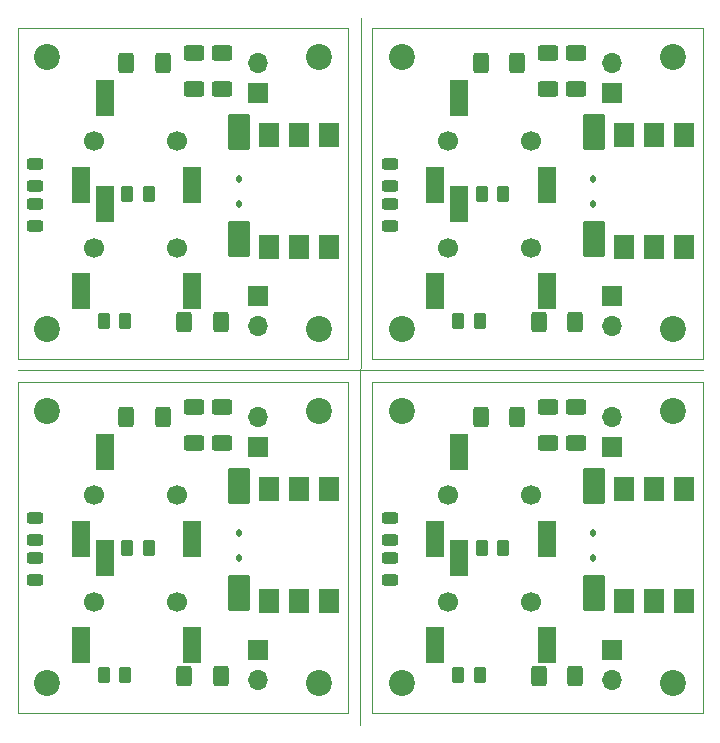
<source format=gts>
G04 #@! TF.GenerationSoftware,KiCad,Pcbnew,8.0.1*
G04 #@! TF.CreationDate,2024-03-24T21:19:35-05:00*
G04 #@! TF.ProjectId,minimidi_v1,6d696e69-6d69-4646-995f-76312e6b6963,rev?*
G04 #@! TF.SameCoordinates,Original*
G04 #@! TF.FileFunction,Soldermask,Top*
G04 #@! TF.FilePolarity,Negative*
%FSLAX46Y46*%
G04 Gerber Fmt 4.6, Leading zero omitted, Abs format (unit mm)*
G04 Created by KiCad (PCBNEW 8.0.1) date 2024-03-24 21:19:35*
%MOMM*%
%LPD*%
G01*
G04 APERTURE LIST*
G04 Aperture macros list*
%AMRoundRect*
0 Rectangle with rounded corners*
0 $1 Rounding radius*
0 $2 $3 $4 $5 $6 $7 $8 $9 X,Y pos of 4 corners*
0 Add a 4 corners polygon primitive as box body*
4,1,4,$2,$3,$4,$5,$6,$7,$8,$9,$2,$3,0*
0 Add four circle primitives for the rounded corners*
1,1,$1+$1,$2,$3*
1,1,$1+$1,$4,$5*
1,1,$1+$1,$6,$7*
1,1,$1+$1,$8,$9*
0 Add four rect primitives between the rounded corners*
20,1,$1+$1,$2,$3,$4,$5,0*
20,1,$1+$1,$4,$5,$6,$7,0*
20,1,$1+$1,$6,$7,$8,$9,0*
20,1,$1+$1,$8,$9,$2,$3,0*%
G04 Aperture macros list end*
%ADD10C,0.100000*%
%ADD11C,1.700000*%
%ADD12RoundRect,0.102000X-0.700000X-1.400000X0.700000X-1.400000X0.700000X1.400000X-0.700000X1.400000X0*%
%ADD13RoundRect,0.102000X-0.800000X-1.400000X0.800000X-1.400000X0.800000X1.400000X-0.800000X1.400000X0*%
%ADD14RoundRect,0.112500X0.112500X-0.187500X0.112500X0.187500X-0.112500X0.187500X-0.112500X-0.187500X0*%
%ADD15RoundRect,0.243750X-0.456250X0.243750X-0.456250X-0.243750X0.456250X-0.243750X0.456250X0.243750X0*%
%ADD16R,1.780000X2.000000*%
%ADD17C,2.200000*%
%ADD18RoundRect,0.250000X-0.400000X-0.625000X0.400000X-0.625000X0.400000X0.625000X-0.400000X0.625000X0*%
%ADD19R,1.700000X1.700000*%
%ADD20O,1.700000X1.700000*%
%ADD21RoundRect,0.250000X0.400000X0.625000X-0.400000X0.625000X-0.400000X-0.625000X0.400000X-0.625000X0*%
%ADD22RoundRect,0.250000X0.262500X0.450000X-0.262500X0.450000X-0.262500X-0.450000X0.262500X-0.450000X0*%
%ADD23RoundRect,0.250000X-0.625000X0.400000X-0.625000X-0.400000X0.625000X-0.400000X0.625000X0.400000X0*%
%ADD24RoundRect,0.250000X0.625000X-0.400000X0.625000X0.400000X-0.625000X0.400000X-0.625000X-0.400000X0*%
G04 APERTURE END LIST*
D10*
X120000000Y-109000000D02*
X178000000Y-109000000D01*
X149100000Y-79200000D02*
X149000000Y-139000000D01*
X120000000Y-110000000D02*
X148000000Y-110000000D01*
X148000000Y-138000000D01*
X120000000Y-138000000D01*
X120000000Y-110000000D01*
X150000000Y-110000000D02*
X178000000Y-110000000D01*
X178000000Y-138000000D01*
X150000000Y-138000000D01*
X150000000Y-110000000D01*
X150000000Y-80000000D02*
X178000000Y-80000000D01*
X178000000Y-108000000D01*
X150000000Y-108000000D01*
X150000000Y-80000000D01*
X120000000Y-80000000D02*
X148000000Y-80000000D01*
X148000000Y-108000000D01*
X120000000Y-108000000D01*
X120000000Y-80000000D01*
D11*
X156468098Y-128575000D03*
X163468098Y-128575000D03*
D12*
X155368098Y-132275000D03*
X164768098Y-132275000D03*
X157368098Y-124875000D03*
D13*
X168768098Y-127825000D03*
D14*
X168700000Y-124875000D03*
X168700000Y-122775000D03*
D15*
X121500000Y-124875000D03*
X121500000Y-126750000D03*
D16*
X176380000Y-119010000D03*
X173840000Y-119010000D03*
X171300000Y-119010000D03*
X171300000Y-128540000D03*
X173840000Y-128540000D03*
X176380000Y-128540000D03*
D17*
X152500000Y-135475000D03*
X145500000Y-135475000D03*
D18*
X164100000Y-134875000D03*
X167200000Y-134875000D03*
D19*
X140300000Y-132635000D03*
D20*
X140300000Y-135175000D03*
D15*
X121500000Y-121500000D03*
X121500000Y-123375000D03*
D11*
X126468098Y-128575000D03*
X133468098Y-128575000D03*
D12*
X125368098Y-132275000D03*
X134768098Y-132275000D03*
X127368098Y-124875000D03*
D13*
X138768098Y-127825000D03*
D17*
X152500000Y-112475000D03*
D21*
X162300000Y-112975000D03*
X159200000Y-112975000D03*
D22*
X131112500Y-124075000D03*
X129287500Y-124075000D03*
D23*
X137300000Y-112075000D03*
X137300000Y-115175000D03*
X167300000Y-112075000D03*
X167300000Y-115175000D03*
D19*
X170300000Y-115475000D03*
D20*
X170300000Y-112935000D03*
D22*
X161112500Y-124075000D03*
X159287500Y-124075000D03*
D17*
X175500000Y-112475000D03*
D21*
X132300000Y-112975000D03*
X129200000Y-112975000D03*
D15*
X151500000Y-124875000D03*
X151500000Y-126750000D03*
D17*
X145500000Y-112475000D03*
D22*
X159112500Y-134775000D03*
X157287500Y-134775000D03*
D16*
X146380000Y-119010000D03*
X143840000Y-119010000D03*
X141300000Y-119010000D03*
X141300000Y-128540000D03*
X143840000Y-128540000D03*
X146380000Y-128540000D03*
D22*
X129112500Y-134775000D03*
X127287500Y-134775000D03*
D11*
X126468098Y-119575000D03*
X133468098Y-119575000D03*
D12*
X125368098Y-123275000D03*
X134768098Y-123275000D03*
X127368098Y-115875000D03*
D13*
X138768098Y-118825000D03*
D18*
X134100000Y-134875000D03*
X137200000Y-134875000D03*
D15*
X151500000Y-121500000D03*
X151500000Y-123375000D03*
D19*
X170300000Y-132635000D03*
D20*
X170300000Y-135175000D03*
D11*
X156468098Y-119575000D03*
X163468098Y-119575000D03*
D12*
X155368098Y-123275000D03*
X164768098Y-123275000D03*
X157368098Y-115875000D03*
D13*
X168768098Y-118825000D03*
D17*
X122500000Y-112475000D03*
D24*
X164900000Y-115175000D03*
X164900000Y-112075000D03*
D17*
X122500000Y-135475000D03*
X175500000Y-135475000D03*
D14*
X138700000Y-124875000D03*
X138700000Y-122775000D03*
D24*
X134900000Y-115175000D03*
X134900000Y-112075000D03*
D19*
X140300000Y-115475000D03*
D20*
X140300000Y-112935000D03*
D15*
X151500000Y-94900000D03*
X151500000Y-96775000D03*
D17*
X175500000Y-105500000D03*
D19*
X170300000Y-102660000D03*
D20*
X170300000Y-105200000D03*
D15*
X151500000Y-91525000D03*
X151500000Y-93400000D03*
D11*
X156468098Y-98600000D03*
X163468098Y-98600000D03*
D12*
X155368098Y-102300000D03*
X164768098Y-102300000D03*
X157368098Y-94900000D03*
D13*
X168768098Y-97850000D03*
D22*
X161112500Y-94100000D03*
X159287500Y-94100000D03*
D23*
X167300000Y-82100000D03*
X167300000Y-85200000D03*
D21*
X162300000Y-83000000D03*
X159200000Y-83000000D03*
D17*
X175500000Y-82500000D03*
D16*
X176380000Y-89035000D03*
X173840000Y-89035000D03*
X171300000Y-89035000D03*
X171300000Y-98565000D03*
X173840000Y-98565000D03*
X176380000Y-98565000D03*
D22*
X159112500Y-104800000D03*
X157287500Y-104800000D03*
D11*
X156468098Y-89600000D03*
X163468098Y-89600000D03*
D12*
X155368098Y-93300000D03*
X164768098Y-93300000D03*
X157368098Y-85900000D03*
D13*
X168768098Y-88850000D03*
D18*
X164100000Y-104900000D03*
X167200000Y-104900000D03*
D17*
X152500000Y-82500000D03*
X152500000Y-105500000D03*
D14*
X168700000Y-94900000D03*
X168700000Y-92800000D03*
D24*
X164900000Y-85200000D03*
X164900000Y-82100000D03*
D19*
X170300000Y-85500000D03*
D20*
X170300000Y-82960000D03*
D15*
X121500000Y-93400000D03*
X121500000Y-91525000D03*
D17*
X145500000Y-105500000D03*
X145500000Y-82500000D03*
X122500000Y-105500000D03*
X122500000Y-82500000D03*
D22*
X131112500Y-94100000D03*
X129287500Y-94100000D03*
X129112500Y-104800000D03*
X127287500Y-104800000D03*
D16*
X146380000Y-98565000D03*
X143840000Y-98565000D03*
X141300000Y-98565000D03*
X141300000Y-89035000D03*
X143840000Y-89035000D03*
X146380000Y-89035000D03*
D24*
X134900000Y-82100000D03*
X134900000Y-85200000D03*
D18*
X134100000Y-104900000D03*
X137200000Y-104900000D03*
D23*
X137300000Y-82100000D03*
X137300000Y-85200000D03*
D21*
X129200000Y-83000000D03*
X132300000Y-83000000D03*
D11*
X126468098Y-89600000D03*
X133468098Y-89600000D03*
D12*
X125368098Y-93300000D03*
X134768098Y-93300000D03*
X127368098Y-85900000D03*
D13*
X138768098Y-88850000D03*
D19*
X140300000Y-85500000D03*
D20*
X140300000Y-82960000D03*
D13*
X138768098Y-97850000D03*
D12*
X127368098Y-94900000D03*
X134768098Y-102300000D03*
X125368098Y-102300000D03*
D11*
X133468098Y-98600000D03*
X126468098Y-98600000D03*
D19*
X140300000Y-102660000D03*
D20*
X140300000Y-105200000D03*
D15*
X121500000Y-96775000D03*
X121500000Y-94900000D03*
D14*
X138700000Y-92800000D03*
X138700000Y-94900000D03*
M02*

</source>
